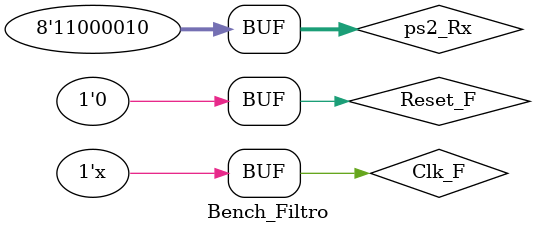
<source format=v>
`timescale 1ns / 1ps
 

module Bench_Filtro;

	// Inputs
	reg Clk_F;
	reg Reset_F;
	reg [7:0] ps2_Rx;

	// Outputs
	wire [7:0] Save;

	// Instantiate the Unit Under Test (UUT)
	Filtro uut (
		.Clk_F(Clk_F), 
		.Reset_F(Reset_F), 
		.ps2_Rx(ps2_Rx), 
		.Save(Save)
	);

	initial begin
		// Initialize Inputs
		 
		Clk_F = 0;
		Reset_F = 1;
		ps2_Rx = 0; 
		#100 ; 
		
		Reset_F = 0;
		ps2_Rx = 8'hc4; 
       #100 ;
		 		
		//
		Reset_F = 0;
		ps2_Rx = 8'hc1;  
		#100 ;
		
		 //
		
		Reset_F = 0; 
		ps2_Rx = 8'hf0;  
		#100 ;
		
 		Reset_F = 0;
		ps2_Rx = 8'hc2;  
		#100 ;
	 
	end
			always begin #5 Clk_F = ~Clk_F ; end 
endmodule


</source>
